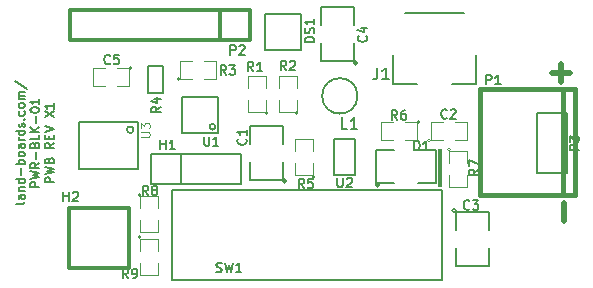
<source format=gto>
G04 (created by PCBNEW (2013-05-31 BZR 4019)-stable) date 8/16/2014 12:09:56 PM*
%MOIN*%
G04 Gerber Fmt 3.4, Leading zero omitted, Abs format*
%FSLAX34Y34*%
G01*
G70*
G90*
G04 APERTURE LIST*
%ADD10C,0.00590551*%
%ADD11C,0.00738189*%
%ADD12C,0.00787402*%
%ADD13C,0.019685*%
%ADD14C,0.005*%
%ADD15C,0.0039*%
%ADD16C,0.006*%
%ADD17C,0.012*%
%ADD18C,0.015*%
%ADD19C,0.008*%
G04 APERTURE END LIST*
G54D10*
G54D11*
X52088Y-44101D02*
X52073Y-44129D01*
X52045Y-44143D01*
X51792Y-44143D01*
X52088Y-43862D02*
X51933Y-43862D01*
X51905Y-43876D01*
X51891Y-43904D01*
X51891Y-43960D01*
X51905Y-43989D01*
X52073Y-43862D02*
X52088Y-43890D01*
X52088Y-43960D01*
X52073Y-43989D01*
X52045Y-44003D01*
X52017Y-44003D01*
X51989Y-43989D01*
X51975Y-43960D01*
X51975Y-43890D01*
X51961Y-43862D01*
X51891Y-43721D02*
X52088Y-43721D01*
X51919Y-43721D02*
X51905Y-43707D01*
X51891Y-43679D01*
X51891Y-43637D01*
X51905Y-43609D01*
X51933Y-43595D01*
X52088Y-43595D01*
X52088Y-43328D02*
X51792Y-43328D01*
X52073Y-43328D02*
X52088Y-43356D01*
X52088Y-43412D01*
X52073Y-43440D01*
X52059Y-43454D01*
X52031Y-43468D01*
X51947Y-43468D01*
X51919Y-43454D01*
X51905Y-43440D01*
X51891Y-43412D01*
X51891Y-43356D01*
X51905Y-43328D01*
X51975Y-43187D02*
X51975Y-42962D01*
X52088Y-42821D02*
X51792Y-42821D01*
X51905Y-42821D02*
X51891Y-42793D01*
X51891Y-42737D01*
X51905Y-42709D01*
X51919Y-42695D01*
X51947Y-42681D01*
X52031Y-42681D01*
X52059Y-42695D01*
X52073Y-42709D01*
X52088Y-42737D01*
X52088Y-42793D01*
X52073Y-42821D01*
X52088Y-42512D02*
X52073Y-42540D01*
X52059Y-42554D01*
X52031Y-42568D01*
X51947Y-42568D01*
X51919Y-42554D01*
X51905Y-42540D01*
X51891Y-42512D01*
X51891Y-42470D01*
X51905Y-42442D01*
X51919Y-42428D01*
X51947Y-42414D01*
X52031Y-42414D01*
X52059Y-42428D01*
X52073Y-42442D01*
X52088Y-42470D01*
X52088Y-42512D01*
X52088Y-42161D02*
X51933Y-42161D01*
X51905Y-42175D01*
X51891Y-42203D01*
X51891Y-42259D01*
X51905Y-42287D01*
X52073Y-42161D02*
X52088Y-42189D01*
X52088Y-42259D01*
X52073Y-42287D01*
X52045Y-42301D01*
X52017Y-42301D01*
X51989Y-42287D01*
X51975Y-42259D01*
X51975Y-42189D01*
X51961Y-42161D01*
X52088Y-42020D02*
X51891Y-42020D01*
X51947Y-42020D02*
X51919Y-42006D01*
X51905Y-41992D01*
X51891Y-41964D01*
X51891Y-41936D01*
X52088Y-41711D02*
X51792Y-41711D01*
X52073Y-41711D02*
X52088Y-41739D01*
X52088Y-41795D01*
X52073Y-41823D01*
X52059Y-41837D01*
X52031Y-41851D01*
X51947Y-41851D01*
X51919Y-41837D01*
X51905Y-41823D01*
X51891Y-41795D01*
X51891Y-41739D01*
X51905Y-41711D01*
X52073Y-41584D02*
X52088Y-41556D01*
X52088Y-41500D01*
X52073Y-41472D01*
X52045Y-41458D01*
X52031Y-41458D01*
X52003Y-41472D01*
X51989Y-41500D01*
X51989Y-41542D01*
X51975Y-41570D01*
X51947Y-41584D01*
X51933Y-41584D01*
X51905Y-41570D01*
X51891Y-41542D01*
X51891Y-41500D01*
X51905Y-41472D01*
X52059Y-41331D02*
X52073Y-41317D01*
X52088Y-41331D01*
X52073Y-41345D01*
X52059Y-41331D01*
X52088Y-41331D01*
X52073Y-41064D02*
X52088Y-41092D01*
X52088Y-41148D01*
X52073Y-41176D01*
X52059Y-41190D01*
X52031Y-41205D01*
X51947Y-41205D01*
X51919Y-41190D01*
X51905Y-41176D01*
X51891Y-41148D01*
X51891Y-41092D01*
X51905Y-41064D01*
X52088Y-40895D02*
X52073Y-40923D01*
X52059Y-40937D01*
X52031Y-40951D01*
X51947Y-40951D01*
X51919Y-40937D01*
X51905Y-40923D01*
X51891Y-40895D01*
X51891Y-40853D01*
X51905Y-40825D01*
X51919Y-40811D01*
X51947Y-40797D01*
X52031Y-40797D01*
X52059Y-40811D01*
X52073Y-40825D01*
X52088Y-40853D01*
X52088Y-40895D01*
X52088Y-40670D02*
X51891Y-40670D01*
X51919Y-40670D02*
X51905Y-40656D01*
X51891Y-40628D01*
X51891Y-40586D01*
X51905Y-40558D01*
X51933Y-40544D01*
X52088Y-40544D01*
X51933Y-40544D02*
X51905Y-40530D01*
X51891Y-40501D01*
X51891Y-40459D01*
X51905Y-40431D01*
X51933Y-40417D01*
X52088Y-40417D01*
X51778Y-40066D02*
X52158Y-40319D01*
X52575Y-43581D02*
X52279Y-43581D01*
X52279Y-43468D01*
X52294Y-43440D01*
X52308Y-43426D01*
X52336Y-43412D01*
X52378Y-43412D01*
X52406Y-43426D01*
X52420Y-43440D01*
X52434Y-43468D01*
X52434Y-43581D01*
X52279Y-43314D02*
X52575Y-43243D01*
X52364Y-43187D01*
X52575Y-43131D01*
X52279Y-43061D01*
X52575Y-42779D02*
X52434Y-42878D01*
X52575Y-42948D02*
X52279Y-42948D01*
X52279Y-42836D01*
X52294Y-42807D01*
X52308Y-42793D01*
X52336Y-42779D01*
X52378Y-42779D01*
X52406Y-42793D01*
X52420Y-42807D01*
X52434Y-42836D01*
X52434Y-42948D01*
X52462Y-42653D02*
X52462Y-42428D01*
X52420Y-42189D02*
X52434Y-42147D01*
X52448Y-42133D01*
X52476Y-42118D01*
X52518Y-42118D01*
X52547Y-42133D01*
X52561Y-42147D01*
X52575Y-42175D01*
X52575Y-42287D01*
X52279Y-42287D01*
X52279Y-42189D01*
X52294Y-42161D01*
X52308Y-42147D01*
X52336Y-42133D01*
X52364Y-42133D01*
X52392Y-42147D01*
X52406Y-42161D01*
X52420Y-42189D01*
X52420Y-42287D01*
X52575Y-41851D02*
X52575Y-41992D01*
X52279Y-41992D01*
X52575Y-41753D02*
X52279Y-41753D01*
X52575Y-41584D02*
X52406Y-41711D01*
X52279Y-41584D02*
X52448Y-41753D01*
X52462Y-41458D02*
X52462Y-41233D01*
X52279Y-41036D02*
X52279Y-41008D01*
X52294Y-40980D01*
X52308Y-40965D01*
X52336Y-40951D01*
X52392Y-40937D01*
X52462Y-40937D01*
X52518Y-40951D01*
X52547Y-40965D01*
X52561Y-40980D01*
X52575Y-41008D01*
X52575Y-41036D01*
X52561Y-41064D01*
X52547Y-41078D01*
X52518Y-41092D01*
X52462Y-41106D01*
X52392Y-41106D01*
X52336Y-41092D01*
X52308Y-41078D01*
X52294Y-41064D01*
X52279Y-41036D01*
X52575Y-40656D02*
X52575Y-40825D01*
X52575Y-40741D02*
X52279Y-40741D01*
X52322Y-40769D01*
X52350Y-40797D01*
X52364Y-40825D01*
X53062Y-43433D02*
X52767Y-43433D01*
X52767Y-43321D01*
X52781Y-43293D01*
X52795Y-43278D01*
X52823Y-43264D01*
X52865Y-43264D01*
X52893Y-43278D01*
X52907Y-43293D01*
X52921Y-43321D01*
X52921Y-43433D01*
X52767Y-43166D02*
X53062Y-43096D01*
X52851Y-43039D01*
X53062Y-42983D01*
X52767Y-42913D01*
X52907Y-42702D02*
X52921Y-42660D01*
X52935Y-42646D01*
X52964Y-42632D01*
X53006Y-42632D01*
X53034Y-42646D01*
X53048Y-42660D01*
X53062Y-42688D01*
X53062Y-42800D01*
X52767Y-42800D01*
X52767Y-42702D01*
X52781Y-42674D01*
X52795Y-42660D01*
X52823Y-42646D01*
X52851Y-42646D01*
X52879Y-42660D01*
X52893Y-42674D01*
X52907Y-42702D01*
X52907Y-42800D01*
X53062Y-42111D02*
X52921Y-42210D01*
X53062Y-42280D02*
X52767Y-42280D01*
X52767Y-42168D01*
X52781Y-42140D01*
X52795Y-42125D01*
X52823Y-42111D01*
X52865Y-42111D01*
X52893Y-42125D01*
X52907Y-42140D01*
X52921Y-42168D01*
X52921Y-42280D01*
X52907Y-41985D02*
X52907Y-41886D01*
X53062Y-41844D02*
X53062Y-41985D01*
X52767Y-41985D01*
X52767Y-41844D01*
X52767Y-41760D02*
X53062Y-41661D01*
X52767Y-41563D01*
X52767Y-41268D02*
X53062Y-41071D01*
X52767Y-41071D02*
X53062Y-41268D01*
X53062Y-40804D02*
X53062Y-40973D01*
X53062Y-40888D02*
X52767Y-40888D01*
X52809Y-40916D01*
X52837Y-40944D01*
X52851Y-40973D01*
G54D12*
X65984Y-42322D02*
X65984Y-43543D01*
X65905Y-42322D02*
X65905Y-43543D01*
G54D13*
X70058Y-44709D02*
X70058Y-44109D01*
X69660Y-39782D02*
X70260Y-39782D01*
X69960Y-40082D02*
X69960Y-39482D01*
G54D14*
X66478Y-44364D02*
G75*
G03X66478Y-44364I-70J0D01*
G74*
G01*
X67557Y-45014D02*
X67557Y-44414D01*
X67557Y-44414D02*
X66457Y-44414D01*
X66457Y-44414D02*
X66457Y-45014D01*
X66457Y-45614D02*
X66457Y-46214D01*
X66457Y-46214D02*
X67557Y-46214D01*
X67557Y-46214D02*
X67557Y-45614D01*
G54D15*
X61216Y-41122D02*
G75*
G03X61216Y-41122I-50J0D01*
G74*
G01*
X61166Y-40672D02*
X61166Y-41072D01*
X61166Y-41072D02*
X60566Y-41072D01*
X60566Y-41072D02*
X60566Y-40672D01*
X60566Y-40272D02*
X60566Y-39872D01*
X60566Y-39872D02*
X61166Y-39872D01*
X61166Y-39872D02*
X61166Y-40272D01*
X60192Y-41122D02*
G75*
G03X60192Y-41122I-50J0D01*
G74*
G01*
X60142Y-40672D02*
X60142Y-41072D01*
X60142Y-41072D02*
X59542Y-41072D01*
X59542Y-41072D02*
X59542Y-40672D01*
X59542Y-40272D02*
X59542Y-39872D01*
X59542Y-39872D02*
X60142Y-39872D01*
X60142Y-39872D02*
X60142Y-40272D01*
X57274Y-39985D02*
G75*
G03X57274Y-39985I-50J0D01*
G74*
G01*
X57674Y-39985D02*
X57274Y-39985D01*
X57274Y-39985D02*
X57274Y-39385D01*
X57274Y-39385D02*
X57674Y-39385D01*
X58074Y-39385D02*
X58474Y-39385D01*
X58474Y-39385D02*
X58474Y-39985D01*
X58474Y-39985D02*
X58074Y-39985D01*
G54D14*
X63923Y-43513D02*
G75*
G03X63923Y-43513I-70J0D01*
G74*
G01*
X64403Y-42363D02*
X63803Y-42363D01*
X63803Y-42363D02*
X63803Y-43463D01*
X63803Y-43463D02*
X64403Y-43463D01*
X65203Y-43463D02*
X65803Y-43463D01*
X65803Y-43463D02*
X65803Y-42363D01*
X65803Y-42363D02*
X65203Y-42363D01*
G54D15*
X61767Y-43248D02*
G75*
G03X61767Y-43248I-50J0D01*
G74*
G01*
X61717Y-42798D02*
X61717Y-43198D01*
X61717Y-43198D02*
X61117Y-43198D01*
X61117Y-43198D02*
X61117Y-42798D01*
X61117Y-42398D02*
X61117Y-41998D01*
X61117Y-41998D02*
X61717Y-41998D01*
X61717Y-41998D02*
X61717Y-42398D01*
X55970Y-45255D02*
G75*
G03X55970Y-45255I-50J0D01*
G74*
G01*
X55920Y-45705D02*
X55920Y-45305D01*
X55920Y-45305D02*
X56520Y-45305D01*
X56520Y-45305D02*
X56520Y-45705D01*
X56520Y-46105D02*
X56520Y-46505D01*
X56520Y-46505D02*
X55920Y-46505D01*
X55920Y-46505D02*
X55920Y-46105D01*
X66285Y-42342D02*
G75*
G03X66285Y-42342I-50J0D01*
G74*
G01*
X66235Y-42792D02*
X66235Y-42392D01*
X66235Y-42392D02*
X66835Y-42392D01*
X66835Y-42392D02*
X66835Y-42792D01*
X66835Y-43192D02*
X66835Y-43592D01*
X66835Y-43592D02*
X66235Y-43592D01*
X66235Y-43592D02*
X66235Y-43192D01*
X65266Y-41432D02*
G75*
G03X65266Y-41432I-50J0D01*
G74*
G01*
X64766Y-41432D02*
X65166Y-41432D01*
X65166Y-41432D02*
X65166Y-42032D01*
X65166Y-42032D02*
X64766Y-42032D01*
X64366Y-42032D02*
X63966Y-42032D01*
X63966Y-42032D02*
X63966Y-41432D01*
X63966Y-41432D02*
X64366Y-41432D01*
G54D10*
X65996Y-43696D02*
X65996Y-46696D01*
X56996Y-43696D02*
X56996Y-46696D01*
X65996Y-46696D02*
X56996Y-46696D01*
X56996Y-43696D02*
X65996Y-43696D01*
X60118Y-39015D02*
X60118Y-37834D01*
X60118Y-37834D02*
X61299Y-37834D01*
X61299Y-37834D02*
X61299Y-39015D01*
X61299Y-39015D02*
X60118Y-39015D01*
G54D16*
X56295Y-43492D02*
X56295Y-42492D01*
X56295Y-42492D02*
X59295Y-42492D01*
X59295Y-42492D02*
X59295Y-43492D01*
X59295Y-43492D02*
X56295Y-43492D01*
X57295Y-42492D02*
X57295Y-43492D01*
G54D17*
X53566Y-44275D02*
X55566Y-44275D01*
X55566Y-44275D02*
X55566Y-46275D01*
X55566Y-46275D02*
X53566Y-46275D01*
X53566Y-46275D02*
X53566Y-44275D01*
X59614Y-37688D02*
X59614Y-38688D01*
X59614Y-38688D02*
X53614Y-38688D01*
X53614Y-38688D02*
X53614Y-37688D01*
X53614Y-37688D02*
X59614Y-37688D01*
X58614Y-37688D02*
X58614Y-38688D01*
G54D15*
X55660Y-39621D02*
G75*
G03X55660Y-39621I-50J0D01*
G74*
G01*
X55160Y-39621D02*
X55560Y-39621D01*
X55560Y-39621D02*
X55560Y-40221D01*
X55560Y-40221D02*
X55160Y-40221D01*
X54760Y-40221D02*
X54360Y-40221D01*
X54360Y-40221D02*
X54360Y-39621D01*
X54360Y-39621D02*
X54760Y-39621D01*
X65620Y-42032D02*
G75*
G03X65620Y-42032I-50J0D01*
G74*
G01*
X66020Y-42032D02*
X65620Y-42032D01*
X65620Y-42032D02*
X65620Y-41432D01*
X65620Y-41432D02*
X66020Y-41432D01*
X66420Y-41432D02*
X66820Y-41432D01*
X66820Y-41432D02*
X66820Y-42032D01*
X66820Y-42032D02*
X66420Y-42032D01*
G54D14*
X60828Y-43390D02*
G75*
G03X60828Y-43390I-70J0D01*
G74*
G01*
X59607Y-42740D02*
X59607Y-43340D01*
X59607Y-43340D02*
X60707Y-43340D01*
X60707Y-43340D02*
X60707Y-42740D01*
X60707Y-42140D02*
X60707Y-41540D01*
X60707Y-41540D02*
X59607Y-41540D01*
X59607Y-41540D02*
X59607Y-42140D01*
X63190Y-39453D02*
G75*
G03X63190Y-39453I-70J0D01*
G74*
G01*
X61969Y-38803D02*
X61969Y-39403D01*
X61969Y-39403D02*
X63069Y-39403D01*
X63069Y-39403D02*
X63069Y-38803D01*
X63069Y-38203D02*
X63069Y-37603D01*
X63069Y-37603D02*
X61969Y-37603D01*
X61969Y-37603D02*
X61969Y-38203D01*
X56206Y-40450D02*
X56206Y-39550D01*
X56206Y-39550D02*
X56706Y-39550D01*
X56706Y-39550D02*
X56706Y-40450D01*
X56706Y-40450D02*
X56206Y-40450D01*
G54D15*
X55970Y-43838D02*
G75*
G03X55970Y-43838I-50J0D01*
G74*
G01*
X55920Y-44288D02*
X55920Y-43888D01*
X55920Y-43888D02*
X56520Y-43888D01*
X56520Y-43888D02*
X56520Y-44288D01*
X56520Y-44688D02*
X56520Y-45088D01*
X56520Y-45088D02*
X55920Y-45088D01*
X55920Y-45088D02*
X55920Y-44688D01*
G54D14*
X62405Y-41998D02*
X63105Y-41998D01*
X63105Y-41998D02*
X63105Y-43198D01*
X63105Y-43198D02*
X62405Y-43198D01*
X62405Y-43198D02*
X62405Y-41998D01*
G54D18*
X70433Y-40314D02*
X67283Y-40314D01*
X70433Y-43858D02*
X67283Y-43858D01*
X67283Y-40314D02*
X67283Y-43858D01*
X70039Y-40314D02*
X70039Y-43858D01*
X70433Y-40314D02*
X70433Y-43858D01*
G54D19*
X58452Y-41581D02*
G75*
G03X58452Y-41581I-100J0D01*
G74*
G01*
X58552Y-40581D02*
X58552Y-41781D01*
X58552Y-41781D02*
X57352Y-41781D01*
X57352Y-41781D02*
X57352Y-40581D01*
X57352Y-40581D02*
X58552Y-40581D01*
G54D14*
X55856Y-41429D02*
X53906Y-41429D01*
X53906Y-41429D02*
X53906Y-42979D01*
X53906Y-42979D02*
X55856Y-42979D01*
X55856Y-42979D02*
X55856Y-41429D01*
X55718Y-41679D02*
G75*
G03X55718Y-41679I-111J0D01*
G74*
G01*
G54D10*
X63188Y-40551D02*
G75*
G03X63188Y-40551I-590J0D01*
G74*
G01*
X66338Y-40157D02*
X67125Y-40157D01*
X67125Y-40157D02*
X67125Y-39173D01*
X64370Y-39173D02*
X64370Y-40157D01*
X64370Y-40157D02*
X65157Y-40157D01*
X64763Y-37795D02*
X66732Y-37795D01*
G54D16*
X69185Y-41125D02*
X70185Y-41125D01*
X70185Y-41125D02*
X70185Y-43125D01*
X70185Y-43125D02*
X69185Y-43125D01*
X69185Y-43125D02*
X69185Y-41125D01*
G54D10*
X66916Y-44310D02*
X66901Y-44325D01*
X66856Y-44340D01*
X66826Y-44340D01*
X66781Y-44325D01*
X66751Y-44295D01*
X66736Y-44265D01*
X66721Y-44205D01*
X66721Y-44160D01*
X66736Y-44100D01*
X66751Y-44070D01*
X66781Y-44040D01*
X66826Y-44025D01*
X66856Y-44025D01*
X66901Y-44040D01*
X66916Y-44055D01*
X67020Y-44025D02*
X67215Y-44025D01*
X67110Y-44145D01*
X67155Y-44145D01*
X67185Y-44160D01*
X67200Y-44175D01*
X67215Y-44205D01*
X67215Y-44280D01*
X67200Y-44310D01*
X67185Y-44325D01*
X67155Y-44340D01*
X67065Y-44340D01*
X67035Y-44325D01*
X67020Y-44310D01*
X60813Y-39699D02*
X60708Y-39549D01*
X60633Y-39699D02*
X60633Y-39384D01*
X60753Y-39384D01*
X60783Y-39399D01*
X60798Y-39414D01*
X60813Y-39444D01*
X60813Y-39489D01*
X60798Y-39519D01*
X60783Y-39534D01*
X60753Y-39549D01*
X60633Y-39549D01*
X60933Y-39414D02*
X60948Y-39399D01*
X60978Y-39384D01*
X61053Y-39384D01*
X61083Y-39399D01*
X61098Y-39414D01*
X61113Y-39444D01*
X61113Y-39474D01*
X61098Y-39519D01*
X60918Y-39699D01*
X61113Y-39699D01*
X59711Y-39733D02*
X59606Y-39583D01*
X59531Y-39733D02*
X59531Y-39418D01*
X59651Y-39418D01*
X59681Y-39433D01*
X59696Y-39448D01*
X59711Y-39478D01*
X59711Y-39523D01*
X59696Y-39553D01*
X59681Y-39568D01*
X59651Y-39583D01*
X59531Y-39583D01*
X60011Y-39733D02*
X59831Y-39733D01*
X59921Y-39733D02*
X59921Y-39418D01*
X59891Y-39463D01*
X59861Y-39493D01*
X59831Y-39508D01*
X58805Y-39851D02*
X58700Y-39701D01*
X58625Y-39851D02*
X58625Y-39536D01*
X58745Y-39536D01*
X58775Y-39551D01*
X58790Y-39566D01*
X58805Y-39596D01*
X58805Y-39641D01*
X58790Y-39671D01*
X58775Y-39686D01*
X58745Y-39701D01*
X58625Y-39701D01*
X58910Y-39536D02*
X59105Y-39536D01*
X59000Y-39656D01*
X59045Y-39656D01*
X59075Y-39671D01*
X59090Y-39686D01*
X59105Y-39716D01*
X59105Y-39791D01*
X59090Y-39821D01*
X59075Y-39836D01*
X59045Y-39851D01*
X58955Y-39851D01*
X58925Y-39836D01*
X58910Y-39821D01*
X65082Y-42371D02*
X65082Y-42056D01*
X65157Y-42056D01*
X65202Y-42071D01*
X65232Y-42101D01*
X65247Y-42131D01*
X65262Y-42191D01*
X65262Y-42236D01*
X65247Y-42296D01*
X65232Y-42326D01*
X65202Y-42356D01*
X65157Y-42371D01*
X65082Y-42371D01*
X65562Y-42371D02*
X65382Y-42371D01*
X65472Y-42371D02*
X65472Y-42056D01*
X65442Y-42101D01*
X65412Y-42131D01*
X65382Y-42146D01*
X61404Y-43631D02*
X61299Y-43481D01*
X61224Y-43631D02*
X61224Y-43316D01*
X61344Y-43316D01*
X61374Y-43331D01*
X61389Y-43346D01*
X61404Y-43376D01*
X61404Y-43421D01*
X61389Y-43451D01*
X61374Y-43466D01*
X61344Y-43481D01*
X61224Y-43481D01*
X61689Y-43316D02*
X61539Y-43316D01*
X61524Y-43466D01*
X61539Y-43451D01*
X61569Y-43436D01*
X61644Y-43436D01*
X61674Y-43451D01*
X61689Y-43466D01*
X61704Y-43496D01*
X61704Y-43571D01*
X61689Y-43601D01*
X61674Y-43616D01*
X61644Y-43631D01*
X61569Y-43631D01*
X61539Y-43616D01*
X61524Y-43601D01*
X55538Y-46623D02*
X55433Y-46473D01*
X55358Y-46623D02*
X55358Y-46308D01*
X55478Y-46308D01*
X55508Y-46323D01*
X55523Y-46338D01*
X55538Y-46368D01*
X55538Y-46413D01*
X55523Y-46443D01*
X55508Y-46458D01*
X55478Y-46473D01*
X55358Y-46473D01*
X55688Y-46623D02*
X55748Y-46623D01*
X55778Y-46608D01*
X55793Y-46593D01*
X55823Y-46548D01*
X55838Y-46488D01*
X55838Y-46368D01*
X55823Y-46338D01*
X55808Y-46323D01*
X55778Y-46308D01*
X55718Y-46308D01*
X55688Y-46323D01*
X55673Y-46338D01*
X55658Y-46368D01*
X55658Y-46443D01*
X55673Y-46473D01*
X55688Y-46488D01*
X55718Y-46503D01*
X55778Y-46503D01*
X55808Y-46488D01*
X55823Y-46473D01*
X55838Y-46443D01*
X67214Y-43005D02*
X67064Y-43110D01*
X67214Y-43185D02*
X66899Y-43185D01*
X66899Y-43065D01*
X66914Y-43035D01*
X66929Y-43020D01*
X66959Y-43005D01*
X67004Y-43005D01*
X67034Y-43020D01*
X67049Y-43035D01*
X67064Y-43065D01*
X67064Y-43185D01*
X66899Y-42900D02*
X66899Y-42690D01*
X67214Y-42825D01*
X64514Y-41347D02*
X64409Y-41197D01*
X64334Y-41347D02*
X64334Y-41032D01*
X64454Y-41032D01*
X64484Y-41047D01*
X64499Y-41062D01*
X64514Y-41092D01*
X64514Y-41137D01*
X64499Y-41167D01*
X64484Y-41182D01*
X64454Y-41197D01*
X64334Y-41197D01*
X64784Y-41032D02*
X64724Y-41032D01*
X64694Y-41047D01*
X64679Y-41062D01*
X64649Y-41107D01*
X64634Y-41167D01*
X64634Y-41287D01*
X64649Y-41317D01*
X64664Y-41332D01*
X64694Y-41347D01*
X64754Y-41347D01*
X64784Y-41332D01*
X64799Y-41317D01*
X64814Y-41287D01*
X64814Y-41212D01*
X64799Y-41182D01*
X64784Y-41167D01*
X64754Y-41152D01*
X64694Y-41152D01*
X64664Y-41167D01*
X64649Y-41182D01*
X64634Y-41212D01*
X58477Y-46411D02*
X58522Y-46426D01*
X58597Y-46426D01*
X58627Y-46411D01*
X58642Y-46396D01*
X58657Y-46366D01*
X58657Y-46336D01*
X58642Y-46306D01*
X58627Y-46291D01*
X58597Y-46276D01*
X58537Y-46261D01*
X58507Y-46246D01*
X58492Y-46231D01*
X58477Y-46201D01*
X58477Y-46171D01*
X58492Y-46141D01*
X58507Y-46126D01*
X58537Y-46111D01*
X58612Y-46111D01*
X58657Y-46126D01*
X58762Y-46111D02*
X58837Y-46426D01*
X58897Y-46201D01*
X58957Y-46426D01*
X59032Y-46111D01*
X59317Y-46426D02*
X59137Y-46426D01*
X59227Y-46426D02*
X59227Y-46111D01*
X59197Y-46156D01*
X59167Y-46186D01*
X59137Y-46201D01*
X61741Y-38768D02*
X61426Y-38768D01*
X61426Y-38693D01*
X61441Y-38648D01*
X61471Y-38618D01*
X61501Y-38603D01*
X61561Y-38588D01*
X61606Y-38588D01*
X61666Y-38603D01*
X61696Y-38618D01*
X61726Y-38648D01*
X61741Y-38693D01*
X61741Y-38768D01*
X61726Y-38468D02*
X61741Y-38423D01*
X61741Y-38348D01*
X61726Y-38318D01*
X61711Y-38303D01*
X61681Y-38288D01*
X61651Y-38288D01*
X61621Y-38303D01*
X61606Y-38318D01*
X61591Y-38348D01*
X61576Y-38408D01*
X61561Y-38438D01*
X61546Y-38453D01*
X61516Y-38468D01*
X61486Y-38468D01*
X61456Y-38453D01*
X61441Y-38438D01*
X61426Y-38408D01*
X61426Y-38333D01*
X61441Y-38288D01*
X61741Y-37988D02*
X61741Y-38168D01*
X61741Y-38078D02*
X61426Y-38078D01*
X61471Y-38108D01*
X61501Y-38138D01*
X61516Y-38168D01*
X56610Y-42332D02*
X56610Y-42017D01*
X56610Y-42167D02*
X56790Y-42167D01*
X56790Y-42332D02*
X56790Y-42017D01*
X57105Y-42332D02*
X56925Y-42332D01*
X57015Y-42332D02*
X57015Y-42017D01*
X56985Y-42062D01*
X56955Y-42092D01*
X56925Y-42107D01*
X53382Y-44064D02*
X53382Y-43749D01*
X53382Y-43899D02*
X53562Y-43899D01*
X53562Y-44064D02*
X53562Y-43749D01*
X53697Y-43779D02*
X53712Y-43764D01*
X53742Y-43749D01*
X53817Y-43749D01*
X53847Y-43764D01*
X53862Y-43779D01*
X53877Y-43809D01*
X53877Y-43839D01*
X53862Y-43884D01*
X53682Y-44064D01*
X53877Y-44064D01*
X58940Y-39182D02*
X58940Y-38867D01*
X59060Y-38867D01*
X59090Y-38882D01*
X59105Y-38897D01*
X59120Y-38927D01*
X59120Y-38972D01*
X59105Y-39002D01*
X59090Y-39017D01*
X59060Y-39032D01*
X58940Y-39032D01*
X59240Y-38897D02*
X59255Y-38882D01*
X59285Y-38867D01*
X59360Y-38867D01*
X59390Y-38882D01*
X59405Y-38897D01*
X59420Y-38927D01*
X59420Y-38957D01*
X59405Y-39002D01*
X59225Y-39182D01*
X59420Y-39182D01*
X54947Y-39467D02*
X54932Y-39482D01*
X54887Y-39497D01*
X54857Y-39497D01*
X54812Y-39482D01*
X54782Y-39452D01*
X54767Y-39422D01*
X54752Y-39362D01*
X54752Y-39317D01*
X54767Y-39257D01*
X54782Y-39227D01*
X54812Y-39197D01*
X54857Y-39182D01*
X54887Y-39182D01*
X54932Y-39197D01*
X54947Y-39212D01*
X55232Y-39182D02*
X55082Y-39182D01*
X55067Y-39332D01*
X55082Y-39317D01*
X55112Y-39302D01*
X55187Y-39302D01*
X55217Y-39317D01*
X55232Y-39332D01*
X55247Y-39362D01*
X55247Y-39437D01*
X55232Y-39467D01*
X55217Y-39482D01*
X55187Y-39497D01*
X55112Y-39497D01*
X55082Y-39482D01*
X55067Y-39467D01*
X66167Y-41278D02*
X66152Y-41293D01*
X66107Y-41308D01*
X66077Y-41308D01*
X66032Y-41293D01*
X66002Y-41263D01*
X65988Y-41233D01*
X65973Y-41173D01*
X65973Y-41128D01*
X65988Y-41068D01*
X66002Y-41038D01*
X66032Y-41008D01*
X66077Y-40993D01*
X66107Y-40993D01*
X66152Y-41008D01*
X66167Y-41023D01*
X66287Y-41023D02*
X66302Y-41008D01*
X66332Y-40993D01*
X66407Y-40993D01*
X66437Y-41008D01*
X66452Y-41023D01*
X66467Y-41053D01*
X66467Y-41083D01*
X66452Y-41128D01*
X66272Y-41308D01*
X66467Y-41308D01*
X59467Y-41981D02*
X59482Y-41996D01*
X59497Y-42041D01*
X59497Y-42071D01*
X59482Y-42116D01*
X59452Y-42146D01*
X59422Y-42161D01*
X59362Y-42176D01*
X59317Y-42176D01*
X59257Y-42161D01*
X59227Y-42146D01*
X59197Y-42116D01*
X59182Y-42071D01*
X59182Y-42041D01*
X59197Y-41996D01*
X59212Y-41981D01*
X59497Y-41681D02*
X59497Y-41861D01*
X59497Y-41771D02*
X59182Y-41771D01*
X59227Y-41801D01*
X59257Y-41831D01*
X59272Y-41861D01*
X63483Y-38556D02*
X63498Y-38571D01*
X63513Y-38616D01*
X63513Y-38646D01*
X63498Y-38691D01*
X63468Y-38721D01*
X63438Y-38736D01*
X63378Y-38751D01*
X63333Y-38751D01*
X63273Y-38736D01*
X63243Y-38721D01*
X63213Y-38691D01*
X63198Y-38646D01*
X63198Y-38616D01*
X63213Y-38571D01*
X63228Y-38556D01*
X63303Y-38286D02*
X63513Y-38286D01*
X63183Y-38361D02*
X63408Y-38436D01*
X63408Y-38241D01*
X56623Y-40918D02*
X56473Y-41023D01*
X56623Y-41098D02*
X56308Y-41098D01*
X56308Y-40978D01*
X56323Y-40948D01*
X56338Y-40933D01*
X56368Y-40918D01*
X56413Y-40918D01*
X56443Y-40933D01*
X56458Y-40948D01*
X56473Y-40978D01*
X56473Y-41098D01*
X56413Y-40648D02*
X56623Y-40648D01*
X56293Y-40723D02*
X56518Y-40798D01*
X56518Y-40603D01*
X56207Y-43867D02*
X56102Y-43717D01*
X56027Y-43867D02*
X56027Y-43552D01*
X56147Y-43552D01*
X56177Y-43567D01*
X56192Y-43582D01*
X56207Y-43612D01*
X56207Y-43657D01*
X56192Y-43687D01*
X56177Y-43702D01*
X56147Y-43717D01*
X56027Y-43717D01*
X56387Y-43687D02*
X56357Y-43672D01*
X56342Y-43657D01*
X56327Y-43627D01*
X56327Y-43612D01*
X56342Y-43582D01*
X56357Y-43567D01*
X56387Y-43552D01*
X56447Y-43552D01*
X56477Y-43567D01*
X56492Y-43582D01*
X56507Y-43612D01*
X56507Y-43627D01*
X56492Y-43657D01*
X56477Y-43672D01*
X56447Y-43687D01*
X56387Y-43687D01*
X56357Y-43702D01*
X56342Y-43717D01*
X56327Y-43747D01*
X56327Y-43807D01*
X56342Y-43837D01*
X56357Y-43852D01*
X56387Y-43867D01*
X56447Y-43867D01*
X56477Y-43852D01*
X56492Y-43837D01*
X56507Y-43807D01*
X56507Y-43747D01*
X56492Y-43717D01*
X56477Y-43702D01*
X56447Y-43687D01*
X62515Y-43277D02*
X62515Y-43532D01*
X62530Y-43562D01*
X62545Y-43577D01*
X62575Y-43592D01*
X62635Y-43592D01*
X62665Y-43577D01*
X62680Y-43562D01*
X62695Y-43532D01*
X62695Y-43277D01*
X62830Y-43307D02*
X62845Y-43292D01*
X62875Y-43277D01*
X62950Y-43277D01*
X62980Y-43292D01*
X62995Y-43307D01*
X63010Y-43337D01*
X63010Y-43367D01*
X62995Y-43412D01*
X62815Y-43592D01*
X63010Y-43592D01*
X67484Y-40166D02*
X67484Y-39851D01*
X67604Y-39851D01*
X67634Y-39866D01*
X67649Y-39881D01*
X67664Y-39911D01*
X67664Y-39956D01*
X67649Y-39986D01*
X67634Y-40001D01*
X67604Y-40016D01*
X67484Y-40016D01*
X67964Y-40166D02*
X67784Y-40166D01*
X67874Y-40166D02*
X67874Y-39851D01*
X67844Y-39896D01*
X67814Y-39926D01*
X67784Y-39941D01*
G54D16*
X58078Y-41908D02*
X58078Y-42150D01*
X58092Y-42179D01*
X58107Y-42193D01*
X58135Y-42208D01*
X58192Y-42208D01*
X58221Y-42193D01*
X58235Y-42179D01*
X58249Y-42150D01*
X58249Y-41908D01*
X58549Y-42208D02*
X58378Y-42208D01*
X58464Y-42208D02*
X58464Y-41908D01*
X58435Y-41950D01*
X58407Y-41979D01*
X58378Y-41993D01*
G54D15*
X55963Y-41921D02*
X56206Y-41921D01*
X56234Y-41907D01*
X56248Y-41892D01*
X56263Y-41864D01*
X56263Y-41807D01*
X56248Y-41778D01*
X56234Y-41764D01*
X56206Y-41750D01*
X55963Y-41750D01*
X55963Y-41635D02*
X55963Y-41450D01*
X56077Y-41550D01*
X56077Y-41507D01*
X56091Y-41478D01*
X56106Y-41464D01*
X56134Y-41450D01*
X56206Y-41450D01*
X56234Y-41464D01*
X56248Y-41478D01*
X56263Y-41507D01*
X56263Y-41592D01*
X56248Y-41621D01*
X56234Y-41635D01*
G54D10*
X62847Y-41655D02*
X62660Y-41655D01*
X62660Y-41261D01*
X63185Y-41655D02*
X62960Y-41655D01*
X63072Y-41655D02*
X63072Y-41261D01*
X63035Y-41317D01*
X62997Y-41355D01*
X62960Y-41374D01*
X63845Y-39608D02*
X63845Y-39889D01*
X63826Y-39945D01*
X63788Y-39983D01*
X63732Y-40001D01*
X63695Y-40001D01*
X64238Y-40001D02*
X64013Y-40001D01*
X64126Y-40001D02*
X64126Y-39608D01*
X64088Y-39664D01*
X64051Y-39701D01*
X64013Y-39720D01*
G54D16*
X70556Y-42347D02*
X70256Y-42347D01*
X70256Y-42233D01*
X70270Y-42204D01*
X70285Y-42190D01*
X70313Y-42175D01*
X70356Y-42175D01*
X70385Y-42190D01*
X70399Y-42204D01*
X70413Y-42233D01*
X70413Y-42347D01*
X70256Y-42075D02*
X70256Y-41890D01*
X70370Y-41990D01*
X70370Y-41947D01*
X70385Y-41918D01*
X70399Y-41904D01*
X70427Y-41890D01*
X70499Y-41890D01*
X70527Y-41904D01*
X70542Y-41918D01*
X70556Y-41947D01*
X70556Y-42033D01*
X70542Y-42061D01*
X70527Y-42075D01*
M02*

</source>
